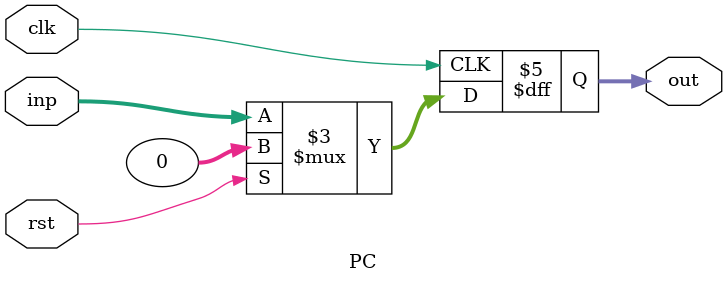
<source format=v>
`timescale 1ns / 1ps
module PC(
    input [31:0] inp,
	 input clk,
	 input rst,
	 output reg [31:0] out
    );
	 
	 always @(posedge clk) begin
	    if (rst)
		     out <= 10'b0;
		 else out <= inp;
	 end

endmodule

</source>
